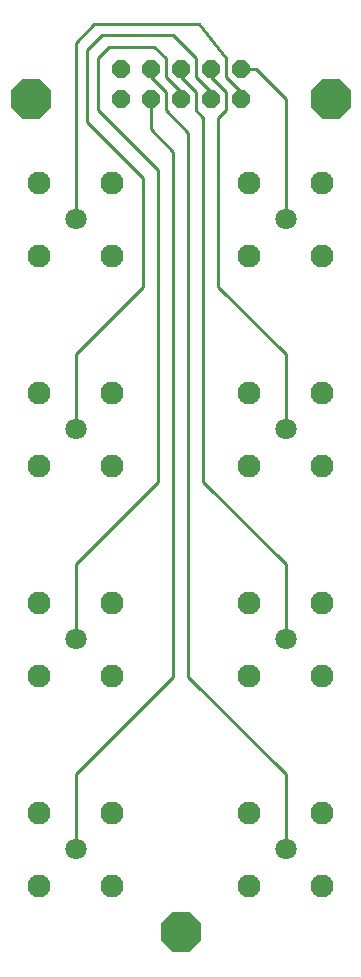
<source format=gtl>
G75*
G70*
%OFA0B0*%
%FSLAX24Y24*%
%IPPOS*%
%LPD*%
%AMOC8*
5,1,8,0,0,1.08239X$1,22.5*
%
%ADD10OC8,0.0600*%
%ADD11C,0.0709*%
%ADD12C,0.0768*%
%ADD13OC8,0.1360*%
%ADD14C,0.0100*%
D10*
X004150Y029150D03*
X004150Y030150D03*
X005150Y030150D03*
X005150Y029150D03*
X006150Y029150D03*
X006150Y030150D03*
X007150Y030150D03*
X007150Y029150D03*
X008150Y029150D03*
X008150Y030150D03*
D11*
X009650Y025150D03*
X009650Y018150D03*
X009650Y011150D03*
X009650Y004150D03*
X002650Y004150D03*
X002650Y011150D03*
X002650Y018150D03*
X002650Y025150D03*
D12*
X001430Y002930D03*
X001430Y005370D03*
X001430Y009930D03*
X001430Y012370D03*
X001430Y016930D03*
X001430Y019370D03*
X001430Y023930D03*
X001430Y026370D03*
X003870Y026370D03*
X003870Y023930D03*
X003870Y019370D03*
X003870Y016930D03*
X003870Y012370D03*
X003870Y009930D03*
X003870Y005370D03*
X003870Y002930D03*
X008430Y002930D03*
X008430Y005370D03*
X008430Y009930D03*
X008430Y012370D03*
X008430Y016930D03*
X008430Y019370D03*
X008430Y023930D03*
X008430Y026370D03*
X010870Y026370D03*
X010870Y023930D03*
X010870Y019370D03*
X010870Y016930D03*
X010870Y012370D03*
X010870Y009930D03*
X010870Y005370D03*
X010870Y002930D03*
D13*
X006150Y001400D03*
X001150Y029150D03*
X011150Y029150D03*
D14*
X009650Y029150D02*
X009650Y025150D01*
X009650Y029150D02*
X008650Y030150D01*
X008150Y030150D01*
X007650Y029900D02*
X008150Y029400D01*
X008150Y029150D01*
X007650Y029400D02*
X007650Y028775D01*
X007400Y028525D01*
X007400Y022900D01*
X009650Y020650D01*
X009650Y018150D01*
X006900Y016400D02*
X009650Y013650D01*
X009650Y011150D01*
X006400Y009900D02*
X009650Y006650D01*
X009650Y004150D01*
X006400Y009900D02*
X006400Y028025D01*
X005650Y028775D01*
X005650Y029400D01*
X005150Y029900D01*
X005150Y030150D01*
X005650Y030525D02*
X005275Y030900D01*
X003775Y030900D01*
X003400Y030525D01*
X003400Y028775D01*
X005400Y026775D01*
X005400Y016400D01*
X002650Y013650D01*
X002650Y011150D01*
X005900Y009900D02*
X002650Y006650D01*
X002650Y004150D01*
X005900Y009900D02*
X005900Y027400D01*
X005150Y028150D01*
X005150Y029150D01*
X005650Y029900D02*
X005650Y030525D01*
X005650Y029900D02*
X006150Y029400D01*
X006150Y029150D01*
X006650Y029400D02*
X006150Y029900D01*
X006150Y030150D01*
X006650Y029900D02*
X006650Y030525D01*
X005900Y031275D01*
X003525Y031275D01*
X003025Y030775D01*
X003025Y028400D01*
X004900Y026525D01*
X004900Y022900D01*
X002650Y020650D01*
X002650Y018150D01*
X002650Y025150D02*
X002650Y031025D01*
X003275Y031650D01*
X006775Y031650D01*
X007650Y030525D01*
X007650Y029900D01*
X007150Y029900D02*
X007650Y029400D01*
X007150Y029400D02*
X007150Y029150D01*
X007150Y029400D02*
X006650Y029900D01*
X006650Y029400D02*
X006650Y028775D01*
X006900Y028525D01*
X006900Y016400D01*
X007150Y029900D02*
X007150Y030150D01*
M02*

</source>
